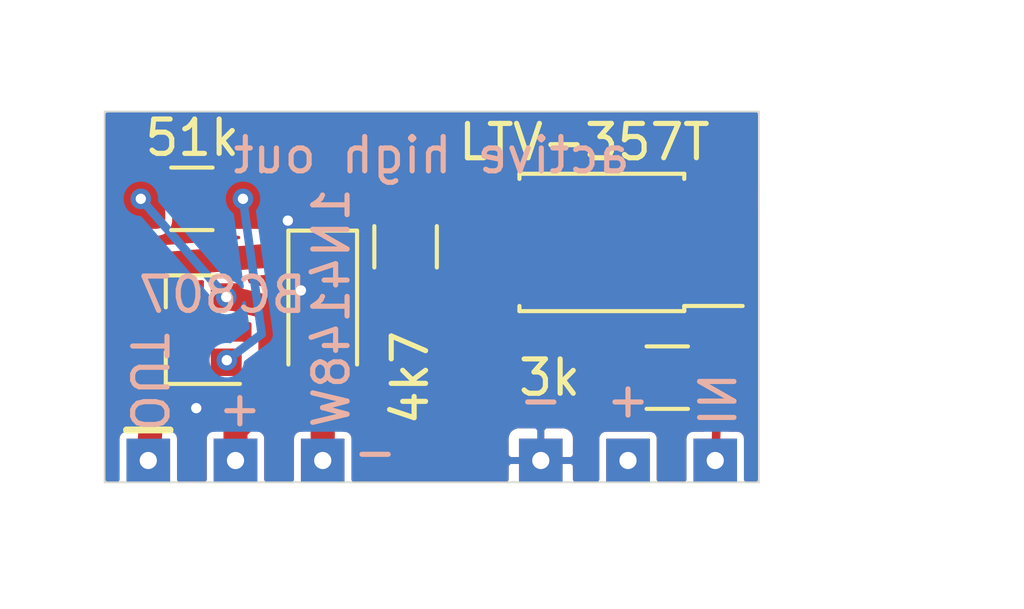
<source format=kicad_pcb>
(kicad_pcb (version 20171130) (host pcbnew 5.1.5+dfsg1-2build2)

  (general
    (thickness 0.8)
    (drawings 13)
    (tracks 35)
    (zones 0)
    (modules 7)
    (nets 10)
  )

  (page A4)
  (layers
    (0 F.Cu signal)
    (31 B.Cu signal)
    (32 B.Adhes user)
    (33 F.Adhes user)
    (34 B.Paste user)
    (35 F.Paste user)
    (36 B.SilkS user)
    (37 F.SilkS user)
    (38 B.Mask user)
    (39 F.Mask user)
    (40 Dwgs.User user)
    (41 Cmts.User user)
    (42 Eco1.User user)
    (43 Eco2.User user)
    (44 Edge.Cuts user)
    (45 Margin user)
    (46 B.CrtYd user)
    (47 F.CrtYd user)
    (48 B.Fab user)
    (49 F.Fab user)
  )

  (setup
    (last_trace_width 0.25)
    (user_trace_width 0.3)
    (user_trace_width 0.5)
    (user_trace_width 0.7)
    (trace_clearance 0.2)
    (zone_clearance 0)
    (zone_45_only no)
    (trace_min 0.2)
    (via_size 0.8)
    (via_drill 0.4)
    (via_min_size 0.4)
    (via_min_drill 0.3)
    (user_via 0.6 0.3)
    (uvia_size 0.3)
    (uvia_drill 0.1)
    (uvias_allowed no)
    (uvia_min_size 0.2)
    (uvia_min_drill 0.1)
    (edge_width 0.05)
    (segment_width 0.2)
    (pcb_text_width 0.3)
    (pcb_text_size 1.5 1.5)
    (mod_edge_width 0.12)
    (mod_text_size 1 1)
    (mod_text_width 0.15)
    (pad_size 1.524 1.524)
    (pad_drill 0.762)
    (pad_to_mask_clearance 0.051)
    (solder_mask_min_width 0.25)
    (aux_axis_origin 0 0)
    (visible_elements FFFFFF7F)
    (pcbplotparams
      (layerselection 0x010fc_ffffffff)
      (usegerberextensions false)
      (usegerberattributes false)
      (usegerberadvancedattributes false)
      (creategerberjobfile false)
      (excludeedgelayer true)
      (linewidth 0.100000)
      (plotframeref false)
      (viasonmask false)
      (mode 1)
      (useauxorigin false)
      (hpglpennumber 1)
      (hpglpenspeed 20)
      (hpglpendiameter 15.000000)
      (psnegative false)
      (psa4output false)
      (plotreference true)
      (plotvalue true)
      (plotinvisibletext false)
      (padsonsilk false)
      (subtractmaskfromsilk true)
      (outputformat 1)
      (mirror false)
      (drillshape 0)
      (scaleselection 1)
      (outputdirectory "gerber/"))
  )

  (net 0 "")
  (net 1 VINM)
  (net 2 OUT)
  (net 3 VINP)
  (net 4 IN)
  (net 5 GND)
  (net 6 "Net-(Q1-Pad1)")
  (net 7 "Net-(R2-Pad2)")
  (net 8 "Net-(R3-Pad1)")
  (net 9 "Net-(J1-Pad5)")

  (net_class Default "This is the default net class."
    (clearance 0.2)
    (trace_width 0.25)
    (via_dia 0.8)
    (via_drill 0.4)
    (uvia_dia 0.3)
    (uvia_drill 0.1)
    (add_net GND)
    (add_net IN)
    (add_net "Net-(J1-Pad5)")
    (add_net "Net-(Q1-Pad1)")
    (add_net "Net-(R2-Pad2)")
    (add_net "Net-(R3-Pad1)")
    (add_net OUT)
    (add_net VINM)
    (add_net VINP)
  )

  (module plc88:dio_channel_im (layer F.Cu) (tedit 6397394E) (tstamp 63A868AA)
    (at 169.545 126.365)
    (path /63A86FB9)
    (fp_text reference J1 (at 0 0.5) (layer F.SilkS) hide
      (effects (font (size 1 1) (thickness 0.15)))
    )
    (fp_text value dio_channel_i (at 0 -0.5) (layer F.Fab) hide
      (effects (font (size 1 1) (thickness 0.15)))
    )
    (fp_line (start -7.62 1.651) (end -6.35 1.651) (layer F.SilkS) (width 0.2))
    (fp_line (start -8.255 1.905) (end 10.795 1.905) (layer F.CrtYd) (width 0.12))
    (fp_line (start -8.255 3.175) (end -8.255 1.905) (layer F.CrtYd) (width 0.12))
    (fp_line (start 10.795 3.175) (end -8.255 3.175) (layer F.CrtYd) (width 0.12))
    (fp_line (start 10.795 1.905) (end 10.795 3.175) (layer F.CrtYd) (width 0.12))
    (pad 4 thru_hole rect (at 4.445 2.54) (size 1.27 1.27) (drill 0.5) (layers *.Cu *.Mask)
      (net 5 GND))
    (pad 6 thru_hole rect (at 9.525 2.54) (size 1.27 1.27) (drill 0.5) (layers *.Cu *.Mask)
      (net 4 IN))
    (pad 5 thru_hole rect (at 6.985 2.54) (size 1.27 1.27) (drill 0.5) (layers *.Cu *.Mask)
      (net 9 "Net-(J1-Pad5)"))
    (pad 3 thru_hole rect (at -1.905 2.54) (size 1.27 1.27) (drill 0.5) (layers *.Cu *.Mask)
      (net 1 VINM))
    (pad 2 thru_hole rect (at -4.445 2.54) (size 1.27 1.27) (drill 0.5) (layers *.Cu *.Mask)
      (net 3 VINP))
    (pad 1 thru_hole rect (at -6.985 2.54) (size 1.27 1.27) (drill 0.5) (layers *.Cu *.Mask)
      (net 2 OUT))
  )

  (module Package_SO:SO-4_4.4x3.6mm_P2.54mm (layer F.Cu) (tedit 5B1E4C51) (tstamp 63648B36)
    (at 175.768 122.555 180)
    (descr "4-Lead Plastic Small Outline (SO), see https://www.elpro.org/de/index.php?controller=attachment&id_attachment=339")
    (tags "SO SOIC 2.54")
    (path /63648DFC)
    (attr smd)
    (fp_text reference U1 (at 0 -2.7) (layer F.SilkS) hide
      (effects (font (size 1 1) (thickness 0.15)))
    )
    (fp_text value LTV-357T (at 0.508 2.921) (layer F.SilkS)
      (effects (font (size 1 1) (thickness 0.15)))
    )
    (fp_line (start 4.4 2.05) (end -4.4 2.05) (layer F.CrtYd) (width 0.05))
    (fp_line (start 4.4 2.05) (end 4.4 -2.05) (layer F.CrtYd) (width 0.05))
    (fp_line (start -4.4 -2.05) (end -4.4 2.05) (layer F.CrtYd) (width 0.05))
    (fp_line (start -4.4 -2.05) (end 4.4 -2.05) (layer F.CrtYd) (width 0.05))
    (fp_line (start -1.4 -1.8) (end 2.2 -1.8) (layer F.Fab) (width 0.12))
    (fp_line (start -2.2 -1) (end -1.4 -1.8) (layer F.Fab) (width 0.12))
    (fp_line (start -2.2 1.8) (end -2.2 -1) (layer F.Fab) (width 0.12))
    (fp_line (start 2.2 1.8) (end -2.2 1.8) (layer F.Fab) (width 0.12))
    (fp_line (start 2.2 -1.8) (end 2.2 1.8) (layer F.Fab) (width 0.12))
    (fp_line (start 2.4 -2) (end 2.4 -1.85) (layer F.SilkS) (width 0.12))
    (fp_line (start -2.4 -2) (end 2.4 -2) (layer F.SilkS) (width 0.12))
    (fp_line (start -2.4 -1.85) (end -2.4 -2) (layer F.SilkS) (width 0.12))
    (fp_line (start -2.4 2) (end -2.4 1.85) (layer F.SilkS) (width 0.12))
    (fp_line (start 2.4 2) (end -2.4 2) (layer F.SilkS) (width 0.12))
    (fp_line (start 2.4 1.85) (end 2.4 2) (layer F.SilkS) (width 0.12))
    (fp_text user %R (at 0 -0.065) (layer F.Fab) hide
      (effects (font (size 1 1) (thickness 0.15)))
    )
    (fp_line (start -2.4 -1.85) (end -4.1 -1.85) (layer F.SilkS) (width 0.12))
    (pad 4 smd rect (at 3.15 -1.27 180) (size 2 0.64) (layers F.Cu F.Paste F.Mask)
      (net 7 "Net-(R2-Pad2)"))
    (pad 3 smd rect (at 3.15 1.27 180) (size 2 0.64) (layers F.Cu F.Paste F.Mask)
      (net 1 VINM))
    (pad 2 smd rect (at -3.15 1.27 180) (size 2 0.64) (layers F.Cu F.Paste F.Mask)
      (net 5 GND))
    (pad 1 smd rect (at -3.15 -1.27 180) (size 2 0.64) (layers F.Cu F.Paste F.Mask)
      (net 8 "Net-(R3-Pad1)"))
    (model ${KISYS3DMOD}/Package_SO.3dshapes/SO-4_4.4x3.6mm_P2.54mm.wrl
      (at (xyz 0 0 0))
      (scale (xyz 1 1 1))
      (rotate (xyz 0 0 0))
    )
  )

  (module Resistor_SMD:R_1206_3216Metric_Pad1.42x1.75mm_HandSolder (layer F.Cu) (tedit 5B301BBD) (tstamp 63648B1D)
    (at 177.673 126.492)
    (descr "Resistor SMD 1206 (3216 Metric), square (rectangular) end terminal, IPC_7351 nominal with elongated pad for handsoldering. (Body size source: http://www.tortai-tech.com/upload/download/2011102023233369053.pdf), generated with kicad-footprint-generator")
    (tags "resistor handsolder")
    (path /6365F1C0)
    (attr smd)
    (fp_text reference R3 (at 0 -1.82) (layer F.SilkS) hide
      (effects (font (size 1 1) (thickness 0.15)))
    )
    (fp_text value 3k (at -3.429 0) (layer F.SilkS)
      (effects (font (size 1 1) (thickness 0.15)))
    )
    (fp_text user %R (at 0 0) (layer F.Fab) hide
      (effects (font (size 0.8 0.8) (thickness 0.12)))
    )
    (fp_line (start 2.45 1.12) (end -2.45 1.12) (layer F.CrtYd) (width 0.05))
    (fp_line (start 2.45 -1.12) (end 2.45 1.12) (layer F.CrtYd) (width 0.05))
    (fp_line (start -2.45 -1.12) (end 2.45 -1.12) (layer F.CrtYd) (width 0.05))
    (fp_line (start -2.45 1.12) (end -2.45 -1.12) (layer F.CrtYd) (width 0.05))
    (fp_line (start -0.602064 0.91) (end 0.602064 0.91) (layer F.SilkS) (width 0.12))
    (fp_line (start -0.602064 -0.91) (end 0.602064 -0.91) (layer F.SilkS) (width 0.12))
    (fp_line (start 1.6 0.8) (end -1.6 0.8) (layer F.Fab) (width 0.1))
    (fp_line (start 1.6 -0.8) (end 1.6 0.8) (layer F.Fab) (width 0.1))
    (fp_line (start -1.6 -0.8) (end 1.6 -0.8) (layer F.Fab) (width 0.1))
    (fp_line (start -1.6 0.8) (end -1.6 -0.8) (layer F.Fab) (width 0.1))
    (pad 2 smd roundrect (at 1.4875 0) (size 1.425 1.75) (layers F.Cu F.Paste F.Mask) (roundrect_rratio 0.175439)
      (net 4 IN))
    (pad 1 smd roundrect (at -1.4875 0) (size 1.425 1.75) (layers F.Cu F.Paste F.Mask) (roundrect_rratio 0.175439)
      (net 8 "Net-(R3-Pad1)"))
    (model ${KISYS3DMOD}/Resistor_SMD.3dshapes/R_1206_3216Metric.wrl
      (at (xyz 0 0 0))
      (scale (xyz 1 1 1))
      (rotate (xyz 0 0 0))
    )
  )

  (module Resistor_SMD:R_1206_3216Metric_Pad1.42x1.75mm_HandSolder (layer F.Cu) (tedit 5B301BBD) (tstamp 642FE262)
    (at 170.053 122.682 270)
    (descr "Resistor SMD 1206 (3216 Metric), square (rectangular) end terminal, IPC_7351 nominal with elongated pad for handsoldering. (Body size source: http://www.tortai-tech.com/upload/download/2011102023233369053.pdf), generated with kicad-footprint-generator")
    (tags "resistor handsolder")
    (path /635B3C3C)
    (attr smd)
    (fp_text reference R2 (at 0 -1.82 90) (layer F.SilkS) hide
      (effects (font (size 1 1) (thickness 0.15)))
    )
    (fp_text value 4k7 (at 3.81 -0.127 270) (layer F.SilkS)
      (effects (font (size 1 1) (thickness 0.15)))
    )
    (fp_text user %R (at 0 0 90) (layer F.Fab) hide
      (effects (font (size 0.8 0.8) (thickness 0.12)))
    )
    (fp_line (start 2.45 1.12) (end -2.45 1.12) (layer F.CrtYd) (width 0.05))
    (fp_line (start 2.45 -1.12) (end 2.45 1.12) (layer F.CrtYd) (width 0.05))
    (fp_line (start -2.45 -1.12) (end 2.45 -1.12) (layer F.CrtYd) (width 0.05))
    (fp_line (start -2.45 1.12) (end -2.45 -1.12) (layer F.CrtYd) (width 0.05))
    (fp_line (start -0.602064 0.91) (end 0.602064 0.91) (layer F.SilkS) (width 0.12))
    (fp_line (start -0.602064 -0.91) (end 0.602064 -0.91) (layer F.SilkS) (width 0.12))
    (fp_line (start 1.6 0.8) (end -1.6 0.8) (layer F.Fab) (width 0.1))
    (fp_line (start 1.6 -0.8) (end 1.6 0.8) (layer F.Fab) (width 0.1))
    (fp_line (start -1.6 -0.8) (end 1.6 -0.8) (layer F.Fab) (width 0.1))
    (fp_line (start -1.6 0.8) (end -1.6 -0.8) (layer F.Fab) (width 0.1))
    (pad 2 smd roundrect (at 1.4875 0 270) (size 1.425 1.75) (layers F.Cu F.Paste F.Mask) (roundrect_rratio 0.175439)
      (net 7 "Net-(R2-Pad2)"))
    (pad 1 smd roundrect (at -1.4875 0 270) (size 1.425 1.75) (layers F.Cu F.Paste F.Mask) (roundrect_rratio 0.175439)
      (net 6 "Net-(Q1-Pad1)"))
    (model ${KISYS3DMOD}/Resistor_SMD.3dshapes/R_1206_3216Metric.wrl
      (at (xyz 0 0 0))
      (scale (xyz 1 1 1))
      (rotate (xyz 0 0 0))
    )
  )

  (module Resistor_SMD:R_1206_3216Metric_Pad1.42x1.75mm_HandSolder (layer F.Cu) (tedit 5B301BBD) (tstamp 635B3BE0)
    (at 163.83 121.285)
    (descr "Resistor SMD 1206 (3216 Metric), square (rectangular) end terminal, IPC_7351 nominal with elongated pad for handsoldering. (Body size source: http://www.tortai-tech.com/upload/download/2011102023233369053.pdf), generated with kicad-footprint-generator")
    (tags "resistor handsolder")
    (path /635B411D)
    (attr smd)
    (fp_text reference R1 (at 0 -1.82) (layer F.SilkS) hide
      (effects (font (size 1 1) (thickness 0.15)))
    )
    (fp_text value 51k (at 0.008 -1.778) (layer F.SilkS)
      (effects (font (size 1 1) (thickness 0.15)))
    )
    (fp_text user %R (at 0 0) (layer F.Fab) hide
      (effects (font (size 0.8 0.8) (thickness 0.12)))
    )
    (fp_line (start 2.45 1.12) (end -2.45 1.12) (layer F.CrtYd) (width 0.05))
    (fp_line (start 2.45 -1.12) (end 2.45 1.12) (layer F.CrtYd) (width 0.05))
    (fp_line (start -2.45 -1.12) (end 2.45 -1.12) (layer F.CrtYd) (width 0.05))
    (fp_line (start -2.45 1.12) (end -2.45 -1.12) (layer F.CrtYd) (width 0.05))
    (fp_line (start -0.602064 0.91) (end 0.602064 0.91) (layer F.SilkS) (width 0.12))
    (fp_line (start -0.602064 -0.91) (end 0.602064 -0.91) (layer F.SilkS) (width 0.12))
    (fp_line (start 1.6 0.8) (end -1.6 0.8) (layer F.Fab) (width 0.1))
    (fp_line (start 1.6 -0.8) (end 1.6 0.8) (layer F.Fab) (width 0.1))
    (fp_line (start -1.6 -0.8) (end 1.6 -0.8) (layer F.Fab) (width 0.1))
    (fp_line (start -1.6 0.8) (end -1.6 -0.8) (layer F.Fab) (width 0.1))
    (pad 2 smd roundrect (at 1.4875 0) (size 1.425 1.75) (layers F.Cu F.Paste F.Mask) (roundrect_rratio 0.175439)
      (net 6 "Net-(Q1-Pad1)"))
    (pad 1 smd roundrect (at -1.4875 0) (size 1.425 1.75) (layers F.Cu F.Paste F.Mask) (roundrect_rratio 0.175439)
      (net 3 VINP))
    (model ${KISYS3DMOD}/Resistor_SMD.3dshapes/R_1206_3216Metric.wrl
      (at (xyz 0 0 0))
      (scale (xyz 1 1 1))
      (rotate (xyz 0 0 0))
    )
  )

  (module Package_TO_SOT_SMD:SOT-23 (layer F.Cu) (tedit 5A02FF57) (tstamp 635B3BCF)
    (at 163.83 125.095 180)
    (descr "SOT-23, Standard")
    (tags SOT-23)
    (path /635B3290)
    (attr smd)
    (fp_text reference Q1 (at 0 -2.5) (layer F.SilkS) hide
      (effects (font (size 1 1) (thickness 0.15)))
    )
    (fp_text value BC807 (at -0.889 1.016) (layer B.SilkS)
      (effects (font (size 1 1) (thickness 0.15)) (justify mirror))
    )
    (fp_line (start 0.76 1.58) (end -0.7 1.58) (layer F.SilkS) (width 0.12))
    (fp_line (start 0.76 -1.58) (end -1.4 -1.58) (layer F.SilkS) (width 0.12))
    (fp_line (start -1.7 1.75) (end -1.7 -1.75) (layer F.CrtYd) (width 0.05))
    (fp_line (start 1.7 1.75) (end -1.7 1.75) (layer F.CrtYd) (width 0.05))
    (fp_line (start 1.7 -1.75) (end 1.7 1.75) (layer F.CrtYd) (width 0.05))
    (fp_line (start -1.7 -1.75) (end 1.7 -1.75) (layer F.CrtYd) (width 0.05))
    (fp_line (start 0.76 -1.58) (end 0.76 -0.65) (layer F.SilkS) (width 0.12))
    (fp_line (start 0.76 1.58) (end 0.76 0.65) (layer F.SilkS) (width 0.12))
    (fp_line (start -0.7 1.52) (end 0.7 1.52) (layer F.Fab) (width 0.1))
    (fp_line (start 0.7 -1.52) (end 0.7 1.52) (layer F.Fab) (width 0.1))
    (fp_line (start -0.7 -0.95) (end -0.15 -1.52) (layer F.Fab) (width 0.1))
    (fp_line (start -0.15 -1.52) (end 0.7 -1.52) (layer F.Fab) (width 0.1))
    (fp_line (start -0.7 -0.95) (end -0.7 1.5) (layer F.Fab) (width 0.1))
    (fp_text user %R (at 0 0 90) (layer F.Fab) hide
      (effects (font (size 0.5 0.5) (thickness 0.075)))
    )
    (pad 3 smd rect (at 1 0 180) (size 0.9 0.8) (layers F.Cu F.Paste F.Mask)
      (net 2 OUT))
    (pad 2 smd rect (at -1 0.95 180) (size 0.9 0.8) (layers F.Cu F.Paste F.Mask)
      (net 3 VINP))
    (pad 1 smd rect (at -1 -0.95 180) (size 0.9 0.8) (layers F.Cu F.Paste F.Mask)
      (net 6 "Net-(Q1-Pad1)"))
    (model ${KISYS3DMOD}/Package_TO_SOT_SMD.3dshapes/SOT-23.wrl
      (at (xyz 0 0 0))
      (scale (xyz 1 1 1))
      (rotate (xyz 0 0 0))
    )
  )

  (module Diode_SMD:D_SOD-123 (layer F.Cu) (tedit 58645DC7) (tstamp 635B3B9C)
    (at 167.64 124.46 270)
    (descr SOD-123)
    (tags SOD-123)
    (path /635B37AA)
    (attr smd)
    (fp_text reference D1 (at 0 -2 90) (layer F.SilkS) hide
      (effects (font (size 1 1) (thickness 0.15)))
    )
    (fp_text value 1N4148W (at 0 -0.254 270) (layer B.SilkS)
      (effects (font (size 1 1) (thickness 0.15)) (justify mirror))
    )
    (fp_line (start -2.25 -1) (end 1.65 -1) (layer F.SilkS) (width 0.12))
    (fp_line (start -2.25 1) (end 1.65 1) (layer F.SilkS) (width 0.12))
    (fp_line (start -2.35 -1.15) (end -2.35 1.15) (layer F.CrtYd) (width 0.05))
    (fp_line (start 2.35 1.15) (end -2.35 1.15) (layer F.CrtYd) (width 0.05))
    (fp_line (start 2.35 -1.15) (end 2.35 1.15) (layer F.CrtYd) (width 0.05))
    (fp_line (start -2.35 -1.15) (end 2.35 -1.15) (layer F.CrtYd) (width 0.05))
    (fp_line (start -1.4 -0.9) (end 1.4 -0.9) (layer F.Fab) (width 0.1))
    (fp_line (start 1.4 -0.9) (end 1.4 0.9) (layer F.Fab) (width 0.1))
    (fp_line (start 1.4 0.9) (end -1.4 0.9) (layer F.Fab) (width 0.1))
    (fp_line (start -1.4 0.9) (end -1.4 -0.9) (layer F.Fab) (width 0.1))
    (fp_line (start -0.75 0) (end -0.35 0) (layer F.Fab) (width 0.1))
    (fp_line (start -0.35 0) (end -0.35 -0.55) (layer F.Fab) (width 0.1))
    (fp_line (start -0.35 0) (end -0.35 0.55) (layer F.Fab) (width 0.1))
    (fp_line (start -0.35 0) (end 0.25 -0.4) (layer F.Fab) (width 0.1))
    (fp_line (start 0.25 -0.4) (end 0.25 0.4) (layer F.Fab) (width 0.1))
    (fp_line (start 0.25 0.4) (end -0.35 0) (layer F.Fab) (width 0.1))
    (fp_line (start 0.25 0) (end 0.75 0) (layer F.Fab) (width 0.1))
    (fp_line (start -2.25 -1) (end -2.25 1) (layer F.SilkS) (width 0.12))
    (fp_text user %R (at 0 -2 90) (layer F.Fab) hide
      (effects (font (size 1 1) (thickness 0.15)))
    )
    (pad 2 smd rect (at 1.65 0 270) (size 0.9 1.2) (layers F.Cu F.Paste F.Mask)
      (net 1 VINM))
    (pad 1 smd rect (at -1.65 0 270) (size 0.9 1.2) (layers F.Cu F.Paste F.Mask)
      (net 2 OUT))
    (model ${KISYS3DMOD}/Diode_SMD.3dshapes/D_SOD-123.wrl
      (at (xyz 0 0 0))
      (scale (xyz 1 1 1))
      (rotate (xyz 0 0 0))
    )
  )

  (gr_text IN (at 179.07 127.127 270) (layer B.SilkS)
    (effects (font (size 1 1) (thickness 0.15)) (justify mirror))
  )
  (gr_text - (at 173.99 127.127) (layer B.SilkS)
    (effects (font (size 1 1) (thickness 0.15)) (justify mirror))
  )
  (gr_text + (at 176.53 127.127) (layer B.SilkS)
    (effects (font (size 1 1) (thickness 0.15)) (justify mirror))
  )
  (gr_text - (at 169.164 128.651) (layer B.SilkS)
    (effects (font (size 1 1) (thickness 0.15)) (justify mirror))
  )
  (gr_text OUT (at 162.56 126.619 270) (layer B.SilkS)
    (effects (font (size 1 1) (thickness 0.15)) (justify mirror))
  )
  (gr_text + (at 165.227 127.381) (layer B.SilkS)
    (effects (font (size 1 1) (thickness 0.15)) (justify mirror))
  )
  (gr_text "active high out" (at 170.815 120.015) (layer B.SilkS)
    (effects (font (size 1 1) (thickness 0.15)) (justify mirror))
  )
  (gr_line (start 161.29 118.745) (end 161.29 129.54) (layer Edge.Cuts) (width 0.05) (tstamp 635B95C5))
  (gr_line (start 180.34 118.745) (end 161.29 118.745) (layer Edge.Cuts) (width 0.05))
  (gr_line (start 180.34 129.54) (end 180.34 118.745) (layer Edge.Cuts) (width 0.05))
  (gr_line (start 161.29 129.54) (end 180.34 129.54) (layer Edge.Cuts) (width 0.05))
  (dimension 19.05 (width 0.15) (layer F.Fab)
    (gr_text "19,050 mm" (at 170.815 133.888) (layer F.Fab)
      (effects (font (size 1 1) (thickness 0.15)))
    )
    (feature1 (pts (xy 180.34 131.318) (xy 180.34 133.174421)))
    (feature2 (pts (xy 161.29 131.318) (xy 161.29 133.174421)))
    (crossbar (pts (xy 161.29 132.588) (xy 180.34 132.588)))
    (arrow1a (pts (xy 180.34 132.588) (xy 179.213496 133.174421)))
    (arrow1b (pts (xy 180.34 132.588) (xy 179.213496 132.001579)))
    (arrow2a (pts (xy 161.29 132.588) (xy 162.416504 133.174421)))
    (arrow2b (pts (xy 161.29 132.588) (xy 162.416504 132.001579)))
  )
  (dimension 13.97 (width 0.15) (layer F.Fab)
    (gr_text "13,970 mm" (at 186.72 122.555 90) (layer F.Fab)
      (effects (font (size 1 1) (thickness 0.15)))
    )
    (feature1 (pts (xy 182.88 115.57) (xy 186.006421 115.57)))
    (feature2 (pts (xy 182.88 129.54) (xy 186.006421 129.54)))
    (crossbar (pts (xy 185.42 129.54) (xy 185.42 115.57)))
    (arrow1a (pts (xy 185.42 115.57) (xy 186.006421 116.696504)))
    (arrow1b (pts (xy 185.42 115.57) (xy 184.833579 116.696504)))
    (arrow2a (pts (xy 185.42 129.54) (xy 186.006421 128.413496)))
    (arrow2b (pts (xy 185.42 129.54) (xy 184.833579 128.413496)))
  )

  (segment (start 167.64 128.143) (end 167.64 126.11) (width 0.7) (layer F.Cu) (net 1))
  (segment (start 167.64 128.905) (end 167.64 128.143) (width 0.7) (layer F.Cu) (net 1))
  (segment (start 170.942 122.682) (end 171.577 121.666) (width 0.25) (layer F.Cu) (net 1))
  (segment (start 169.545 122.682) (end 170.942 122.682) (width 0.25) (layer F.Cu) (net 1))
  (segment (start 168.529 123.571) (end 169.037 122.936) (width 0.25) (layer F.Cu) (net 1))
  (segment (start 169.037 122.936) (end 169.545 122.682) (width 0.25) (layer F.Cu) (net 1))
  (segment (start 167.64 124.206) (end 168.529 123.571) (width 0.25) (layer F.Cu) (net 1))
  (segment (start 171.577 121.666) (end 172.618 121.285) (width 0.25) (layer F.Cu) (net 1))
  (segment (start 167.64 126.11) (end 167.64 124.206) (width 0.25) (layer F.Cu) (net 1))
  (segment (start 162.56 128.905) (end 162.83 125.095) (width 0.7) (layer F.Cu) (net 2))
  (segment (start 164.592 123.063) (end 167.64 122.81) (width 0.7) (layer F.Cu) (net 2))
  (segment (start 162.941 123.19) (end 164.592 123.063) (width 0.7) (layer F.Cu) (net 2))
  (segment (start 162.83 125.095) (end 162.941 123.19) (width 0.7) (layer F.Cu) (net 2))
  (segment (start 164.83 124.145) (end 164.83 124.145) (width 0.7) (layer F.Cu) (net 3) (tstamp 635B960A))
  (via (at 164.83 124.145) (size 0.6) (drill 0.3) (layers F.Cu B.Cu) (net 3))
  (segment (start 166.116 127) (end 166.116 124.46) (width 0.7) (layer F.Cu) (net 3))
  (segment (start 166.116 124.46) (end 164.83 124.145) (width 0.7) (layer F.Cu) (net 3))
  (segment (start 165.1 128.016) (end 166.116 127) (width 0.7) (layer F.Cu) (net 3))
  (segment (start 165.1 128.905) (end 165.1 128.016) (width 0.7) (layer F.Cu) (net 3))
  (segment (start 162.3425 121.285) (end 164.83 124.145) (width 0.25) (layer B.Cu) (net 3))
  (via (at 162.3425 121.285) (size 0.6) (drill 0.3) (layers F.Cu B.Cu) (net 3))
  (segment (start 179.07 128.905) (end 179.1605 126.492) (width 0.25) (layer F.Cu) (net 4))
  (via (at 163.957 127.381) (size 0.6) (drill 0.3) (layers F.Cu B.Cu) (net 5))
  (via (at 167.005 123.952) (size 0.6) (drill 0.3) (layers F.Cu B.Cu) (net 5))
  (via (at 166.624 121.92) (size 0.6) (drill 0.3) (layers F.Cu B.Cu) (net 5))
  (via (at 164.846 125.984) (size 0.6) (drill 0.3) (layers F.Cu B.Cu) (net 6))
  (segment (start 165.862 125.222) (end 164.846 125.984) (width 0.25) (layer B.Cu) (net 6))
  (segment (start 165.3175 121.285) (end 165.862 125.222) (width 0.25) (layer B.Cu) (net 6))
  (via (at 165.3175 121.285) (size 0.6) (drill 0.3) (layers F.Cu B.Cu) (net 6))
  (segment (start 170.053 121.1945) (end 165.3175 121.285) (width 0.25) (layer F.Cu) (net 6))
  (segment (start 170.053 124.1695) (end 171.069 123.825) (width 0.25) (layer F.Cu) (net 7))
  (segment (start 171.069 123.825) (end 172.618 123.825) (width 0.25) (layer F.Cu) (net 7))
  (segment (start 176.1855 126.492) (end 176.149 125.476) (width 0.25) (layer F.Cu) (net 8))
  (segment (start 176.149 125.476) (end 177.546 123.825) (width 0.25) (layer F.Cu) (net 8))
  (segment (start 177.546 123.825) (end 178.918 123.825) (width 0.25) (layer F.Cu) (net 8))

  (zone (net 5) (net_name GND) (layer F.Cu) (tstamp 6398C558) (hatch edge 0.508)
    (connect_pads (clearance 0))
    (min_thickness 0.1)
    (fill yes (arc_segments 32) (thermal_gap 0.3) (thermal_bridge_width 0.2))
    (polygon
      (pts
        (xy 181.356 130.302) (xy 160.251249 129.983588) (xy 160.886249 117.791588) (xy 181.714249 117.664588)
      )
    )
    (filled_polygon
      (pts
        (xy 180.265001 120.917351) (xy 180.262936 120.896388) (xy 180.242923 120.830413) (xy 180.210423 120.769609) (xy 180.166685 120.716315)
        (xy 180.113391 120.672577) (xy 180.052587 120.640077) (xy 179.986612 120.620064) (xy 179.918 120.613306) (xy 179.0555 120.615)
        (xy 178.968 120.7025) (xy 178.968 121.235) (xy 178.988 121.235) (xy 178.988 121.335) (xy 178.968 121.335)
        (xy 178.968 121.8675) (xy 179.0555 121.955) (xy 179.918 121.956694) (xy 179.986612 121.949936) (xy 180.052587 121.929923)
        (xy 180.113391 121.897423) (xy 180.166685 121.853685) (xy 180.210423 121.800391) (xy 180.242923 121.739587) (xy 180.262936 121.673612)
        (xy 180.265001 121.652649) (xy 180.265 129.465) (xy 179.956209 129.465) (xy 179.956209 128.27) (xy 179.951382 128.220992)
        (xy 179.937087 128.173866) (xy 179.913873 128.130436) (xy 179.882632 128.092368) (xy 179.844564 128.061127) (xy 179.801134 128.037913)
        (xy 179.754008 128.023618) (xy 179.705 128.018791) (xy 179.478501 128.018791) (xy 179.493524 127.618209) (xy 179.623 127.618209)
        (xy 179.720781 127.608578) (xy 179.814804 127.580057) (xy 179.901457 127.53374) (xy 179.977408 127.471408) (xy 180.03974 127.395457)
        (xy 180.086057 127.308804) (xy 180.114578 127.214781) (xy 180.124209 127.117) (xy 180.124209 125.867) (xy 180.114578 125.769219)
        (xy 180.086057 125.675196) (xy 180.03974 125.588543) (xy 179.977408 125.512592) (xy 179.901457 125.45026) (xy 179.814804 125.403943)
        (xy 179.720781 125.375422) (xy 179.623 125.365791) (xy 178.698 125.365791) (xy 178.600219 125.375422) (xy 178.506196 125.403943)
        (xy 178.419543 125.45026) (xy 178.343592 125.512592) (xy 178.28126 125.588543) (xy 178.234943 125.675196) (xy 178.206422 125.769219)
        (xy 178.196791 125.867) (xy 178.196791 127.117) (xy 178.206422 127.214781) (xy 178.234943 127.308804) (xy 178.28126 127.395457)
        (xy 178.343592 127.471408) (xy 178.419543 127.53374) (xy 178.506196 127.580057) (xy 178.600219 127.608578) (xy 178.698 127.618209)
        (xy 178.742998 127.618209) (xy 178.727974 128.018791) (xy 178.435 128.018791) (xy 178.385992 128.023618) (xy 178.338866 128.037913)
        (xy 178.295436 128.061127) (xy 178.257368 128.092368) (xy 178.226127 128.130436) (xy 178.202913 128.173866) (xy 178.188618 128.220992)
        (xy 178.183791 128.27) (xy 178.183791 129.465) (xy 177.416209 129.465) (xy 177.416209 128.27) (xy 177.411382 128.220992)
        (xy 177.397087 128.173866) (xy 177.373873 128.130436) (xy 177.342632 128.092368) (xy 177.304564 128.061127) (xy 177.261134 128.037913)
        (xy 177.214008 128.023618) (xy 177.165 128.018791) (xy 175.895 128.018791) (xy 175.845992 128.023618) (xy 175.798866 128.037913)
        (xy 175.755436 128.061127) (xy 175.717368 128.092368) (xy 175.686127 128.130436) (xy 175.662913 128.173866) (xy 175.648618 128.220992)
        (xy 175.643791 128.27) (xy 175.643791 129.465) (xy 174.976439 129.465) (xy 174.975 129.0425) (xy 174.8875 128.955)
        (xy 174.04 128.955) (xy 174.04 129.465) (xy 173.94 129.465) (xy 173.94 128.955) (xy 173.0925 128.955)
        (xy 173.005 129.0425) (xy 173.003561 129.465) (xy 168.526209 129.465) (xy 168.526209 128.27) (xy 173.003306 128.27)
        (xy 173.005 128.7675) (xy 173.0925 128.855) (xy 173.94 128.855) (xy 173.94 128.0075) (xy 174.04 128.0075)
        (xy 174.04 128.855) (xy 174.8875 128.855) (xy 174.975 128.7675) (xy 174.976694 128.27) (xy 174.969936 128.201388)
        (xy 174.949923 128.135413) (xy 174.917423 128.074609) (xy 174.873685 128.021315) (xy 174.820391 127.977577) (xy 174.759587 127.945077)
        (xy 174.693612 127.925064) (xy 174.625 127.918306) (xy 174.1275 127.92) (xy 174.04 128.0075) (xy 173.94 128.0075)
        (xy 173.8525 127.92) (xy 173.355 127.918306) (xy 173.286388 127.925064) (xy 173.220413 127.945077) (xy 173.159609 127.977577)
        (xy 173.106315 128.021315) (xy 173.062577 128.074609) (xy 173.030077 128.135413) (xy 173.010064 128.201388) (xy 173.003306 128.27)
        (xy 168.526209 128.27) (xy 168.521382 128.220992) (xy 168.507087 128.173866) (xy 168.483873 128.130436) (xy 168.452632 128.092368)
        (xy 168.414564 128.061127) (xy 168.371134 128.037913) (xy 168.324008 128.023618) (xy 168.275 128.018791) (xy 168.24 128.018791)
        (xy 168.24 126.811209) (xy 168.289008 126.806382) (xy 168.336134 126.792087) (xy 168.379564 126.768873) (xy 168.417632 126.737632)
        (xy 168.448873 126.699564) (xy 168.472087 126.656134) (xy 168.486382 126.609008) (xy 168.491209 126.56) (xy 168.491209 125.867)
        (xy 175.221791 125.867) (xy 175.221791 127.117) (xy 175.231422 127.214781) (xy 175.259943 127.308804) (xy 175.30626 127.395457)
        (xy 175.368592 127.471408) (xy 175.444543 127.53374) (xy 175.531196 127.580057) (xy 175.625219 127.608578) (xy 175.723 127.618209)
        (xy 176.648 127.618209) (xy 176.745781 127.608578) (xy 176.839804 127.580057) (xy 176.926457 127.53374) (xy 177.002408 127.471408)
        (xy 177.06474 127.395457) (xy 177.111057 127.308804) (xy 177.139578 127.214781) (xy 177.149209 127.117) (xy 177.149209 125.867)
        (xy 177.139578 125.769219) (xy 177.111057 125.675196) (xy 177.06474 125.588543) (xy 177.002408 125.512592) (xy 176.926457 125.45026)
        (xy 176.839804 125.403943) (xy 176.745781 125.375422) (xy 176.726909 125.373563) (xy 177.685703 124.240443) (xy 177.685913 124.241134)
        (xy 177.709127 124.284564) (xy 177.740368 124.322632) (xy 177.778436 124.353873) (xy 177.821866 124.377087) (xy 177.868992 124.391382)
        (xy 177.918 124.396209) (xy 179.918 124.396209) (xy 179.967008 124.391382) (xy 180.014134 124.377087) (xy 180.057564 124.353873)
        (xy 180.095632 124.322632) (xy 180.126873 124.284564) (xy 180.150087 124.241134) (xy 180.164382 124.194008) (xy 180.169209 124.145)
        (xy 180.169209 123.505) (xy 180.164382 123.455992) (xy 180.150087 123.408866) (xy 180.126873 123.365436) (xy 180.095632 123.327368)
        (xy 180.057564 123.296127) (xy 180.014134 123.272913) (xy 179.967008 123.258618) (xy 179.918 123.253791) (xy 177.918 123.253791)
        (xy 177.868992 123.258618) (xy 177.821866 123.272913) (xy 177.778436 123.296127) (xy 177.740368 123.327368) (xy 177.709127 123.365436)
        (xy 177.685913 123.408866) (xy 177.673436 123.45) (xy 177.548745 123.45) (xy 177.514707 123.449488) (xy 177.493728 123.453334)
        (xy 177.472487 123.455426) (xy 177.457473 123.459981) (xy 177.44205 123.462808) (xy 177.422223 123.470674) (xy 177.4018 123.476869)
        (xy 177.387963 123.484265) (xy 177.373386 123.490048) (xy 177.35547 123.501633) (xy 177.336653 123.511691) (xy 177.32453 123.52164)
        (xy 177.311357 123.530158) (xy 177.296043 123.545019) (xy 177.279552 123.558552) (xy 177.257942 123.584885) (xy 175.880373 125.212922)
        (xy 175.873158 125.21929) (xy 175.856562 125.241063) (xy 175.850833 125.247833) (xy 175.845396 125.255711) (xy 175.828378 125.278037)
        (xy 175.824459 125.286049) (xy 175.819388 125.293396) (xy 175.808251 125.31918) (xy 175.795917 125.344392) (xy 175.793636 125.353016)
        (xy 175.790097 125.361208) (xy 175.789114 125.365791) (xy 175.723 125.365791) (xy 175.625219 125.375422) (xy 175.531196 125.403943)
        (xy 175.444543 125.45026) (xy 175.368592 125.512592) (xy 175.30626 125.588543) (xy 175.259943 125.675196) (xy 175.231422 125.769219)
        (xy 175.221791 125.867) (xy 168.491209 125.867) (xy 168.491209 125.66) (xy 168.486382 125.610992) (xy 168.472087 125.563866)
        (xy 168.448873 125.520436) (xy 168.417632 125.482368) (xy 168.379564 125.451127) (xy 168.336134 125.427913) (xy 168.289008 125.413618)
        (xy 168.24 125.408791) (xy 168.015 125.408791) (xy 168.015 124.398981) (xy 168.744163 123.878152) (xy 168.771665 123.859275)
        (xy 168.787039 123.843512) (xy 168.80363 123.829007) (xy 168.824039 123.802494) (xy 168.930492 123.669427) (xy 168.926791 123.707)
        (xy 168.926791 124.632) (xy 168.936422 124.729781) (xy 168.964943 124.823804) (xy 169.01126 124.910457) (xy 169.073592 124.986408)
        (xy 169.149543 125.04874) (xy 169.236196 125.095057) (xy 169.330219 125.123578) (xy 169.428 125.133209) (xy 170.678 125.133209)
        (xy 170.775781 125.123578) (xy 170.869804 125.095057) (xy 170.956457 125.04874) (xy 171.032408 124.986408) (xy 171.09474 124.910457)
        (xy 171.141057 124.823804) (xy 171.169578 124.729781) (xy 171.179209 124.632) (xy 171.179209 124.2) (xy 171.373436 124.2)
        (xy 171.385913 124.241134) (xy 171.409127 124.284564) (xy 171.440368 124.322632) (xy 171.478436 124.353873) (xy 171.521866 124.377087)
        (xy 171.568992 124.391382) (xy 171.618 124.396209) (xy 173.618 124.396209) (xy 173.667008 124.391382) (xy 173.714134 124.377087)
        (xy 173.757564 124.353873) (xy 173.795632 124.322632) (xy 173.826873 124.284564) (xy 173.850087 124.241134) (xy 173.864382 124.194008)
        (xy 173.869209 124.145) (xy 173.869209 123.505) (xy 173.864382 123.455992) (xy 173.850087 123.408866) (xy 173.826873 123.365436)
        (xy 173.795632 123.327368) (xy 173.757564 123.296127) (xy 173.714134 123.272913) (xy 173.667008 123.258618) (xy 173.618 123.253791)
        (xy 171.618 123.253791) (xy 171.568992 123.258618) (xy 171.521866 123.272913) (xy 171.478436 123.296127) (xy 171.440368 123.327368)
        (xy 171.409127 123.365436) (xy 171.385913 123.408866) (xy 171.373436 123.45) (xy 171.106209 123.45) (xy 171.09474 123.428543)
        (xy 171.032408 123.352592) (xy 170.956457 123.29026) (xy 170.869804 123.243943) (xy 170.775781 123.215422) (xy 170.678 123.205791)
        (xy 169.428 123.205791) (xy 169.330219 123.215422) (xy 169.295797 123.225864) (xy 169.633525 123.057) (xy 170.929309 123.057)
        (xy 170.953472 123.058639) (xy 170.984421 123.054636) (xy 171.015513 123.051574) (xy 171.021025 123.049902) (xy 171.02673 123.049164)
        (xy 171.056299 123.039202) (xy 171.0862 123.030131) (xy 171.09128 123.027415) (xy 171.096731 123.025579) (xy 171.123789 123.010039)
        (xy 171.151347 122.995309) (xy 171.155799 122.991655) (xy 171.160788 122.98879) (xy 171.184293 122.968271) (xy 171.208448 122.948448)
        (xy 171.212102 122.943995) (xy 171.216436 122.940212) (xy 171.235488 122.915499) (xy 171.255309 122.891347) (xy 171.266733 122.869975)
        (xy 171.826773 121.973911) (xy 172.148368 121.856209) (xy 173.618 121.856209) (xy 173.667008 121.851382) (xy 173.714134 121.837087)
        (xy 173.757564 121.813873) (xy 173.795632 121.782632) (xy 173.826873 121.744564) (xy 173.850087 121.701134) (xy 173.864382 121.654008)
        (xy 173.869209 121.605) (xy 177.566306 121.605) (xy 177.573064 121.673612) (xy 177.593077 121.739587) (xy 177.625577 121.800391)
        (xy 177.669315 121.853685) (xy 177.722609 121.897423) (xy 177.783413 121.929923) (xy 177.849388 121.949936) (xy 177.918 121.956694)
        (xy 178.7805 121.955) (xy 178.868 121.8675) (xy 178.868 121.335) (xy 177.6555 121.335) (xy 177.568 121.4225)
        (xy 177.566306 121.605) (xy 173.869209 121.605) (xy 173.869209 120.965) (xy 177.566306 120.965) (xy 177.568 121.1475)
        (xy 177.6555 121.235) (xy 178.868 121.235) (xy 178.868 120.7025) (xy 178.7805 120.615) (xy 177.918 120.613306)
        (xy 177.849388 120.620064) (xy 177.783413 120.640077) (xy 177.722609 120.672577) (xy 177.669315 120.716315) (xy 177.625577 120.769609)
        (xy 177.593077 120.830413) (xy 177.573064 120.896388) (xy 177.566306 120.965) (xy 173.869209 120.965) (xy 173.864382 120.915992)
        (xy 173.850087 120.868866) (xy 173.826873 120.825436) (xy 173.795632 120.787368) (xy 173.757564 120.756127) (xy 173.714134 120.732913)
        (xy 173.667008 120.718618) (xy 173.618 120.713791) (xy 171.618 120.713791) (xy 171.568992 120.718618) (xy 171.521866 120.732913)
        (xy 171.478436 120.756127) (xy 171.440368 120.787368) (xy 171.409127 120.825436) (xy 171.385913 120.868866) (xy 171.371618 120.915992)
        (xy 171.366791 120.965) (xy 171.366791 121.354282) (xy 171.358211 121.35921) (xy 171.340595 121.374587) (xy 171.321933 121.388639)
        (xy 171.312851 121.398806) (xy 171.302563 121.407787) (xy 171.28828 121.426314) (xy 171.272723 121.44373) (xy 171.256459 121.471316)
        (xy 171.179209 121.594916) (xy 171.179209 120.732) (xy 171.169578 120.634219) (xy 171.141057 120.540196) (xy 171.09474 120.453543)
        (xy 171.032408 120.377592) (xy 170.956457 120.31526) (xy 170.869804 120.268943) (xy 170.775781 120.240422) (xy 170.678 120.230791)
        (xy 169.428 120.230791) (xy 169.330219 120.240422) (xy 169.236196 120.268943) (xy 169.149543 120.31526) (xy 169.073592 120.377592)
        (xy 169.01126 120.453543) (xy 168.964943 120.540196) (xy 168.936422 120.634219) (xy 168.926791 120.732) (xy 168.926791 120.840955)
        (xy 166.281209 120.891515) (xy 166.281209 120.66) (xy 166.271578 120.562219) (xy 166.243057 120.468196) (xy 166.19674 120.381543)
        (xy 166.134408 120.305592) (xy 166.058457 120.24326) (xy 165.971804 120.196943) (xy 165.877781 120.168422) (xy 165.78 120.158791)
        (xy 164.855 120.158791) (xy 164.757219 120.168422) (xy 164.663196 120.196943) (xy 164.576543 120.24326) (xy 164.500592 120.305592)
        (xy 164.43826 120.381543) (xy 164.391943 120.468196) (xy 164.363422 120.562219) (xy 164.353791 120.66) (xy 164.353791 121.91)
        (xy 164.363422 122.007781) (xy 164.391943 122.101804) (xy 164.43826 122.188457) (xy 164.500592 122.264408) (xy 164.576543 122.32674)
        (xy 164.663196 122.373057) (xy 164.757219 122.401578) (xy 164.855 122.411209) (xy 165.191097 122.411209) (xy 164.544247 122.464901)
        (xy 162.905974 122.590922) (xy 162.857974 122.592842) (xy 162.818433 122.602364) (xy 162.778374 122.609445) (xy 162.761096 122.616172)
        (xy 162.743071 122.620513) (xy 162.706141 122.637569) (xy 162.668238 122.652327) (xy 162.652606 122.662294) (xy 162.635773 122.670069)
        (xy 162.602884 122.694) (xy 162.568584 122.715871) (xy 162.555193 122.728701) (xy 162.540204 122.739607) (xy 162.512618 122.769491)
        (xy 162.483242 122.797636) (xy 162.472613 122.812829) (xy 162.460037 122.826453) (xy 162.438808 122.86115) (xy 162.415491 122.89448)
        (xy 162.408031 122.911454) (xy 162.398354 122.92727) (xy 162.384302 122.965443) (xy 162.367936 123.00268) (xy 162.36393 123.020785)
        (xy 162.357526 123.038182) (xy 162.351191 123.078358) (xy 162.342403 123.118078) (xy 162.341374 123.16612) (xy 162.265233 124.472873)
        (xy 162.240436 124.486127) (xy 162.202368 124.517368) (xy 162.171127 124.555436) (xy 162.147913 124.598866) (xy 162.133618 124.645992)
        (xy 162.128791 124.695) (xy 162.128791 125.495) (xy 162.133618 125.544008) (xy 162.147913 125.591134) (xy 162.171127 125.634564)
        (xy 162.188738 125.656024) (xy 162.021298 128.018791) (xy 161.925 128.018791) (xy 161.875992 128.023618) (xy 161.828866 128.037913)
        (xy 161.785436 128.061127) (xy 161.747368 128.092368) (xy 161.716127 128.130436) (xy 161.692913 128.173866) (xy 161.678618 128.220992)
        (xy 161.673791 128.27) (xy 161.673791 129.465) (xy 161.365 129.465) (xy 161.365 120.66) (xy 161.378791 120.66)
        (xy 161.378791 121.91) (xy 161.388422 122.007781) (xy 161.416943 122.101804) (xy 161.46326 122.188457) (xy 161.525592 122.264408)
        (xy 161.601543 122.32674) (xy 161.688196 122.373057) (xy 161.782219 122.401578) (xy 161.88 122.411209) (xy 162.805 122.411209)
        (xy 162.902781 122.401578) (xy 162.996804 122.373057) (xy 163.083457 122.32674) (xy 163.159408 122.264408) (xy 163.22174 122.188457)
        (xy 163.268057 122.101804) (xy 163.296578 122.007781) (xy 163.306209 121.91) (xy 163.306209 120.66) (xy 163.296578 120.562219)
        (xy 163.268057 120.468196) (xy 163.22174 120.381543) (xy 163.159408 120.305592) (xy 163.083457 120.24326) (xy 162.996804 120.196943)
        (xy 162.902781 120.168422) (xy 162.805 120.158791) (xy 161.88 120.158791) (xy 161.782219 120.168422) (xy 161.688196 120.196943)
        (xy 161.601543 120.24326) (xy 161.525592 120.305592) (xy 161.46326 120.381543) (xy 161.416943 120.468196) (xy 161.388422 120.562219)
        (xy 161.378791 120.66) (xy 161.365 120.66) (xy 161.365 118.82) (xy 180.265001 118.82)
      )
    )
    (filled_polygon
      (pts
        (xy 166.943866 123.492087) (xy 166.990992 123.506382) (xy 167.04 123.511209) (xy 167.967534 123.511209) (xy 167.441799 123.886734)
        (xy 167.430654 123.892691) (xy 167.41182 123.908147) (xy 167.407048 123.911556) (xy 167.397577 123.919836) (xy 167.373553 123.939552)
        (xy 167.369812 123.94411) (xy 167.36537 123.947994) (xy 167.346401 123.972637) (xy 167.326692 123.996653) (xy 167.323913 124.001852)
        (xy 167.320313 124.006529) (xy 167.30652 124.034392) (xy 167.29187 124.0618) (xy 167.290157 124.067446) (xy 167.287541 124.072731)
        (xy 167.27945 124.102741) (xy 167.270427 124.132487) (xy 167.269849 124.138355) (xy 167.268313 124.144053) (xy 167.266232 124.175083)
        (xy 167.265001 124.187581) (xy 167.265001 124.193436) (xy 167.26337 124.217754) (xy 167.265001 124.23029) (xy 167.265 125.408791)
        (xy 167.04 125.408791) (xy 166.990992 125.413618) (xy 166.943866 125.427913) (xy 166.900436 125.451127) (xy 166.862368 125.482368)
        (xy 166.831127 125.520436) (xy 166.807913 125.563866) (xy 166.793618 125.610992) (xy 166.788791 125.66) (xy 166.788791 126.56)
        (xy 166.793618 126.609008) (xy 166.807913 126.656134) (xy 166.831127 126.699564) (xy 166.862368 126.737632) (xy 166.900436 126.768873)
        (xy 166.943866 126.792087) (xy 166.990992 126.806382) (xy 167.04 126.811209) (xy 167.040001 126.811209) (xy 167.04 128.018791)
        (xy 167.005 128.018791) (xy 166.955992 128.023618) (xy 166.908866 128.037913) (xy 166.865436 128.061127) (xy 166.827368 128.092368)
        (xy 166.796127 128.130436) (xy 166.772913 128.173866) (xy 166.758618 128.220992) (xy 166.753791 128.27) (xy 166.753791 129.465)
        (xy 165.986209 129.465) (xy 165.986209 128.27) (xy 165.981382 128.220992) (xy 165.967087 128.173866) (xy 165.943873 128.130436)
        (xy 165.912632 128.092368) (xy 165.890402 128.074125) (xy 166.51942 127.445108) (xy 166.542317 127.426317) (xy 166.617296 127.334955)
        (xy 166.67301 127.230721) (xy 166.707318 127.117621) (xy 166.716 127.029474) (xy 166.716 127.029473) (xy 166.718903 127)
        (xy 166.716 126.970526) (xy 166.716 124.502676) (xy 166.718322 124.486438) (xy 166.716 124.443721) (xy 166.716 124.430526)
        (xy 166.714399 124.414276) (xy 166.711907 124.368423) (xy 166.708618 124.355577) (xy 166.707318 124.342379) (xy 166.693986 124.298428)
        (xy 166.682592 124.253927) (xy 166.676859 124.241968) (xy 166.67301 124.229279) (xy 166.651358 124.18877) (xy 166.631502 124.14735)
        (xy 166.623548 124.136741) (xy 166.617296 124.125045) (xy 166.58815 124.08953) (xy 166.560601 124.052788) (xy 166.550732 124.043937)
        (xy 166.542317 124.033683) (xy 166.506792 124.004528) (xy 166.472615 123.973876) (xy 166.461213 123.967123) (xy 166.450955 123.958704)
        (xy 166.410416 123.937036) (xy 166.370925 123.913645) (xy 166.358425 123.909246) (xy 166.346721 123.90299) (xy 166.302745 123.88965)
        (xy 166.287375 123.884241) (xy 166.274586 123.881108) (xy 166.233621 123.868682) (xy 166.217287 123.867073) (xy 165.526568 123.697885)
        (xy 165.526382 123.695992) (xy 165.512087 123.648866) (xy 165.488873 123.605436) (xy 165.477488 123.591563) (xy 166.907849 123.472835)
      )
    )
    (filled_polygon
      (pts
        (xy 164.128791 123.745) (xy 164.128791 124.545) (xy 164.133618 124.594008) (xy 164.147913 124.641134) (xy 164.171127 124.684564)
        (xy 164.202368 124.722632) (xy 164.240436 124.753873) (xy 164.283866 124.777087) (xy 164.330992 124.791382) (xy 164.38 124.796209)
        (xy 164.966652 124.796209) (xy 165.516001 124.93077) (xy 165.516001 125.561768) (xy 165.512087 125.548866) (xy 165.488873 125.505436)
        (xy 165.457632 125.467368) (xy 165.419564 125.436127) (xy 165.376134 125.412913) (xy 165.329008 125.398618) (xy 165.28 125.393791)
        (xy 164.38 125.393791) (xy 164.330992 125.398618) (xy 164.283866 125.412913) (xy 164.240436 125.436127) (xy 164.202368 125.467368)
        (xy 164.171127 125.505436) (xy 164.147913 125.548866) (xy 164.133618 125.595992) (xy 164.128791 125.645) (xy 164.128791 126.445)
        (xy 164.133618 126.494008) (xy 164.147913 126.541134) (xy 164.171127 126.584564) (xy 164.202368 126.622632) (xy 164.240436 126.653873)
        (xy 164.283866 126.677087) (xy 164.330992 126.691382) (xy 164.38 126.696209) (xy 165.28 126.696209) (xy 165.329008 126.691382)
        (xy 165.376134 126.677087) (xy 165.419564 126.653873) (xy 165.457632 126.622632) (xy 165.488873 126.584564) (xy 165.512087 126.541134)
        (xy 165.516 126.528233) (xy 165.516 126.751472) (xy 164.696581 127.570892) (xy 164.673684 127.589683) (xy 164.598705 127.681045)
        (xy 164.542991 127.785279) (xy 164.508682 127.89838) (xy 164.497097 128.016) (xy 164.497372 128.018791) (xy 164.465 128.018791)
        (xy 164.415992 128.023618) (xy 164.368866 128.037913) (xy 164.325436 128.061127) (xy 164.287368 128.092368) (xy 164.256127 128.130436)
        (xy 164.232913 128.173866) (xy 164.218618 128.220992) (xy 164.213791 128.27) (xy 164.213791 129.465) (xy 163.446209 129.465)
        (xy 163.446209 128.27) (xy 163.441382 128.220992) (xy 163.427087 128.173866) (xy 163.403873 128.130436) (xy 163.372632 128.092368)
        (xy 163.334564 128.061127) (xy 163.291134 128.037913) (xy 163.244008 128.023618) (xy 163.224103 128.021657) (xy 163.387127 125.721211)
        (xy 163.419564 125.703873) (xy 163.457632 125.672632) (xy 163.488873 125.634564) (xy 163.512087 125.591134) (xy 163.526382 125.544008)
        (xy 163.531209 125.495) (xy 163.531209 124.695) (xy 163.526382 124.645992) (xy 163.512087 124.598866) (xy 163.488873 124.555436)
        (xy 163.464208 124.52538) (xy 163.509501 123.748041) (xy 164.133217 123.700063)
      )
    )
    (filled_polygon
      (pts
        (xy 168.926791 121.657) (xy 168.936422 121.754781) (xy 168.964943 121.848804) (xy 169.01126 121.935457) (xy 169.073592 122.011408)
        (xy 169.149543 122.07374) (xy 169.236196 122.120057) (xy 169.330219 122.148578) (xy 169.428 122.158209) (xy 170.678 122.158209)
        (xy 170.775781 122.148578) (xy 170.846597 122.127097) (xy 170.734157 122.307) (xy 169.550049 122.307) (xy 169.518287 122.306135)
        (xy 169.495013 122.310109) (xy 169.471487 122.312426) (xy 169.458666 122.316315) (xy 169.445473 122.318568) (xy 169.423415 122.327009)
        (xy 169.4008 122.333869) (xy 169.372738 122.348869) (xy 168.879114 122.595681) (xy 168.855236 122.605923) (xy 168.830905 122.622623)
        (xy 168.80597 122.638319) (xy 168.800524 122.643476) (xy 168.794334 122.647725) (xy 168.773733 122.668847) (xy 168.752335 122.689111)
        (xy 168.737337 122.710286) (xy 168.491209 123.017946) (xy 168.491209 122.36) (xy 168.486382 122.310992) (xy 168.472087 122.263866)
        (xy 168.448873 122.220436) (xy 168.417632 122.182368) (xy 168.379564 122.151127) (xy 168.336134 122.127913) (xy 168.289008 122.113618)
        (xy 168.24 122.108791) (xy 167.04 122.108791) (xy 166.990992 122.113618) (xy 166.943866 122.127913) (xy 166.900436 122.151127)
        (xy 166.862368 122.182368) (xy 166.831127 122.220436) (xy 166.807913 122.263866) (xy 166.803825 122.277344) (xy 166.03083 122.341507)
        (xy 166.058457 122.32674) (xy 166.134408 122.264408) (xy 166.19674 122.188457) (xy 166.243057 122.101804) (xy 166.271578 122.007781)
        (xy 166.281209 121.91) (xy 166.281209 121.641651) (xy 168.926791 121.591091)
      )
    )
  )
  (zone (net 5) (net_name GND) (layer B.Cu) (tstamp 6398C555) (hatch edge 0.508)
    (connect_pads (clearance 0))
    (min_thickness 0.1)
    (fill yes (arc_segments 32) (thermal_gap 0.3) (thermal_bridge_width 0.2))
    (polygon
      (pts
        (xy 182.245 131.191) (xy 158.242 130.429) (xy 159.512 117.729) (xy 181.991 117.602)
      )
    )
    (filled_polygon
      (pts
        (xy 180.265 129.465) (xy 179.956209 129.465) (xy 179.956209 128.27) (xy 179.951382 128.220992) (xy 179.937087 128.173866)
        (xy 179.913873 128.130436) (xy 179.882632 128.092368) (xy 179.844564 128.061127) (xy 179.801134 128.037913) (xy 179.754008 128.023618)
        (xy 179.705 128.018791) (xy 178.435 128.018791) (xy 178.385992 128.023618) (xy 178.338866 128.037913) (xy 178.295436 128.061127)
        (xy 178.257368 128.092368) (xy 178.226127 128.130436) (xy 178.202913 128.173866) (xy 178.188618 128.220992) (xy 178.183791 128.27)
        (xy 178.183791 129.465) (xy 177.416209 129.465) (xy 177.416209 128.27) (xy 177.411382 128.220992) (xy 177.397087 128.173866)
        (xy 177.373873 128.130436) (xy 177.342632 128.092368) (xy 177.304564 128.061127) (xy 177.261134 128.037913) (xy 177.214008 128.023618)
        (xy 177.165 128.018791) (xy 175.895 128.018791) (xy 175.845992 128.023618) (xy 175.798866 128.037913) (xy 175.755436 128.061127)
        (xy 175.717368 128.092368) (xy 175.686127 128.130436) (xy 175.662913 128.173866) (xy 175.648618 128.220992) (xy 175.643791 128.27)
        (xy 175.643791 129.465) (xy 174.976439 129.465) (xy 174.975 129.0425) (xy 174.8875 128.955) (xy 174.04 128.955)
        (xy 174.04 129.465) (xy 173.94 129.465) (xy 173.94 128.955) (xy 173.0925 128.955) (xy 173.005 129.0425)
        (xy 173.003561 129.465) (xy 168.526209 129.465) (xy 168.526209 128.27) (xy 173.003306 128.27) (xy 173.005 128.7675)
        (xy 173.0925 128.855) (xy 173.94 128.855) (xy 173.94 128.0075) (xy 174.04 128.0075) (xy 174.04 128.855)
        (xy 174.8875 128.855) (xy 174.975 128.7675) (xy 174.976694 128.27) (xy 174.969936 128.201388) (xy 174.949923 128.135413)
        (xy 174.917423 128.074609) (xy 174.873685 128.021315) (xy 174.820391 127.977577) (xy 174.759587 127.945077) (xy 174.693612 127.925064)
        (xy 174.625 127.918306) (xy 174.1275 127.92) (xy 174.04 128.0075) (xy 173.94 128.0075) (xy 173.8525 127.92)
        (xy 173.355 127.918306) (xy 173.286388 127.925064) (xy 173.220413 127.945077) (xy 173.159609 127.977577) (xy 173.106315 128.021315)
        (xy 173.062577 128.074609) (xy 173.030077 128.135413) (xy 173.010064 128.201388) (xy 173.003306 128.27) (xy 168.526209 128.27)
        (xy 168.521382 128.220992) (xy 168.507087 128.173866) (xy 168.483873 128.130436) (xy 168.452632 128.092368) (xy 168.414564 128.061127)
        (xy 168.371134 128.037913) (xy 168.324008 128.023618) (xy 168.275 128.018791) (xy 167.005 128.018791) (xy 166.955992 128.023618)
        (xy 166.908866 128.037913) (xy 166.865436 128.061127) (xy 166.827368 128.092368) (xy 166.796127 128.130436) (xy 166.772913 128.173866)
        (xy 166.758618 128.220992) (xy 166.753791 128.27) (xy 166.753791 129.465) (xy 165.986209 129.465) (xy 165.986209 128.27)
        (xy 165.981382 128.220992) (xy 165.967087 128.173866) (xy 165.943873 128.130436) (xy 165.912632 128.092368) (xy 165.874564 128.061127)
        (xy 165.831134 128.037913) (xy 165.784008 128.023618) (xy 165.735 128.018791) (xy 164.465 128.018791) (xy 164.415992 128.023618)
        (xy 164.368866 128.037913) (xy 164.325436 128.061127) (xy 164.287368 128.092368) (xy 164.256127 128.130436) (xy 164.232913 128.173866)
        (xy 164.218618 128.220992) (xy 164.213791 128.27) (xy 164.213791 129.465) (xy 163.446209 129.465) (xy 163.446209 128.27)
        (xy 163.441382 128.220992) (xy 163.427087 128.173866) (xy 163.403873 128.130436) (xy 163.372632 128.092368) (xy 163.334564 128.061127)
        (xy 163.291134 128.037913) (xy 163.244008 128.023618) (xy 163.195 128.018791) (xy 161.925 128.018791) (xy 161.875992 128.023618)
        (xy 161.828866 128.037913) (xy 161.785436 128.061127) (xy 161.747368 128.092368) (xy 161.716127 128.130436) (xy 161.692913 128.173866)
        (xy 161.678618 128.220992) (xy 161.673791 128.27) (xy 161.673791 129.465) (xy 161.365 129.465) (xy 161.365 121.23083)
        (xy 161.7925 121.23083) (xy 161.7925 121.33917) (xy 161.813636 121.445429) (xy 161.855097 121.545523) (xy 161.915287 121.635604)
        (xy 161.991896 121.712213) (xy 162.081977 121.772403) (xy 162.182071 121.813864) (xy 162.28833 121.835) (xy 162.323871 121.835)
        (xy 164.281096 124.085319) (xy 164.28 124.09083) (xy 164.28 124.19917) (xy 164.301136 124.305429) (xy 164.342597 124.405523)
        (xy 164.402787 124.495604) (xy 164.479396 124.572213) (xy 164.569477 124.632403) (xy 164.669571 124.673864) (xy 164.77583 124.695)
        (xy 164.88417 124.695) (xy 164.990429 124.673864) (xy 165.090523 124.632403) (xy 165.180604 124.572213) (xy 165.257213 124.495604)
        (xy 165.317403 124.405523) (xy 165.357216 124.309408) (xy 165.460271 125.054547) (xy 164.94298 125.442515) (xy 164.90017 125.434)
        (xy 164.79183 125.434) (xy 164.685571 125.455136) (xy 164.585477 125.496597) (xy 164.495396 125.556787) (xy 164.418787 125.633396)
        (xy 164.358597 125.723477) (xy 164.317136 125.823571) (xy 164.296 125.92983) (xy 164.296 126.03817) (xy 164.317136 126.144429)
        (xy 164.358597 126.244523) (xy 164.418787 126.334604) (xy 164.495396 126.411213) (xy 164.585477 126.471403) (xy 164.685571 126.512864)
        (xy 164.79183 126.534) (xy 164.90017 126.534) (xy 165.006429 126.512864) (xy 165.106523 126.471403) (xy 165.196604 126.411213)
        (xy 165.273213 126.334604) (xy 165.333403 126.244523) (xy 165.374864 126.144429) (xy 165.395514 126.040614) (xy 166.084779 125.523666)
        (xy 166.112296 125.503674) (xy 166.126792 125.487992) (xy 166.142554 125.473552) (xy 166.151816 125.460923) (xy 166.162438 125.449432)
        (xy 166.1736 125.431218) (xy 166.186238 125.413985) (xy 166.192855 125.399797) (xy 166.201035 125.38645) (xy 166.208429 125.366407)
        (xy 166.217463 125.347039) (xy 166.221187 125.331827) (xy 166.226603 125.317146) (xy 166.229944 125.296053) (xy 166.235027 125.27529)
        (xy 166.235711 125.259647) (xy 166.23816 125.244188) (xy 166.237321 125.222838) (xy 166.238255 125.201493) (xy 166.23308 125.167852)
        (xy 165.744577 121.63574) (xy 165.744713 121.635604) (xy 165.804903 121.545523) (xy 165.846364 121.445429) (xy 165.8675 121.33917)
        (xy 165.8675 121.23083) (xy 165.846364 121.124571) (xy 165.804903 121.024477) (xy 165.744713 120.934396) (xy 165.668104 120.857787)
        (xy 165.578023 120.797597) (xy 165.477929 120.756136) (xy 165.37167 120.735) (xy 165.26333 120.735) (xy 165.157071 120.756136)
        (xy 165.056977 120.797597) (xy 164.966896 120.857787) (xy 164.890287 120.934396) (xy 164.830097 121.024477) (xy 164.788636 121.124571)
        (xy 164.7675 121.23083) (xy 164.7675 121.33917) (xy 164.788636 121.445429) (xy 164.830097 121.545523) (xy 164.890287 121.635604)
        (xy 164.966896 121.712213) (xy 165.001185 121.735124) (xy 165.293499 123.848702) (xy 165.257213 123.794396) (xy 165.180604 123.717787)
        (xy 165.090523 123.657597) (xy 164.990429 123.616136) (xy 164.88417 123.595) (xy 164.84863 123.595) (xy 162.891403 121.344683)
        (xy 162.8925 121.33917) (xy 162.8925 121.23083) (xy 162.871364 121.124571) (xy 162.829903 121.024477) (xy 162.769713 120.934396)
        (xy 162.693104 120.857787) (xy 162.603023 120.797597) (xy 162.502929 120.756136) (xy 162.39667 120.735) (xy 162.28833 120.735)
        (xy 162.182071 120.756136) (xy 162.081977 120.797597) (xy 161.991896 120.857787) (xy 161.915287 120.934396) (xy 161.855097 121.024477)
        (xy 161.813636 121.124571) (xy 161.7925 121.23083) (xy 161.365 121.23083) (xy 161.365 118.82) (xy 180.265001 118.82)
      )
    )
  )
)

</source>
